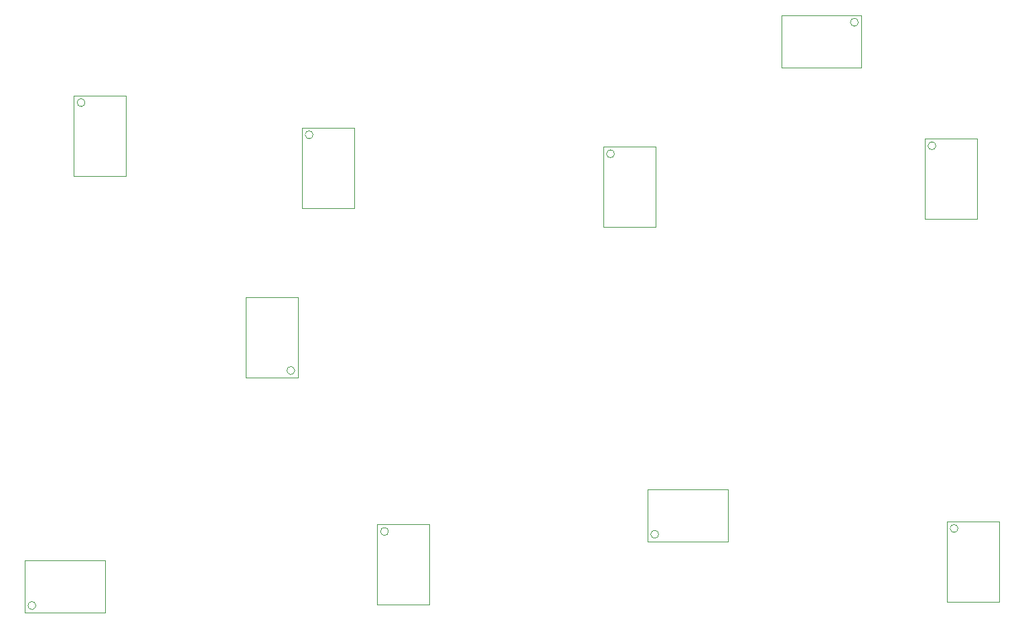
<source format=gbr>
G04*
G04 #@! TF.GenerationSoftware,Altium Limited,Altium Designer,22.4.2 (48)*
G04*
G04 Layer_Color=16711935*
%FSLAX25Y25*%
%MOIN*%
G70*
G04*
G04 #@! TF.SameCoordinates,9D7DA267-A193-428E-9E10-CD2539F38239*
G04*
G04*
G04 #@! TF.FilePolarity,Positive*
G04*
G01*
G75*
%ADD33C,0.00394*%
D33*
X146531Y151051D02*
G03*
X146531Y151051I-1969J0D01*
G01*
X275417Y268063D02*
G03*
X275417Y268063I-1969J0D01*
G01*
X594520Y379937D02*
G03*
X594520Y379937I-1969J0D01*
G01*
X434520Y375937D02*
G03*
X434520Y375937I-1969J0D01*
G01*
X171020Y401437D02*
G03*
X171020Y401437I-1969J0D01*
G01*
X555905Y441449D02*
G03*
X555905Y441449I-1969J0D01*
G01*
X322020Y187937D02*
G03*
X322020Y187937I-1969J0D01*
G01*
X456531Y186551D02*
G03*
X456531Y186551I-1969J0D01*
G01*
X284520Y385437D02*
G03*
X284520Y385437I-1969J0D01*
G01*
X605520Y189437D02*
G03*
X605520Y189437I-1969J0D01*
G01*
X141020Y147508D02*
X180980D01*
X141020Y173492D02*
X180980D01*
X141020Y147508D02*
Y173492D01*
X180980Y147508D02*
Y173492D01*
X276992Y264520D02*
Y304480D01*
X251008Y264520D02*
Y304480D01*
Y264520D02*
X276992D01*
X251008Y304480D02*
X276992D01*
X589008Y343520D02*
Y383480D01*
X614992Y343520D02*
Y383480D01*
X589008D02*
X614992D01*
X589008Y343520D02*
X614992D01*
X429008Y339520D02*
Y379480D01*
X454992Y339520D02*
Y379480D01*
X429008D02*
X454992D01*
X429008Y339520D02*
X454992D01*
X165508Y365020D02*
Y404980D01*
X191492Y365020D02*
Y404980D01*
X165508D02*
X191492D01*
X165508Y365020D02*
X191492D01*
X517520Y444992D02*
X557480D01*
X517520Y419008D02*
X557480D01*
Y444992D01*
X517520Y419008D02*
Y444992D01*
X316508Y151520D02*
Y191480D01*
X342492Y151520D02*
Y191480D01*
X316508D02*
X342492D01*
X316508Y151520D02*
X342492D01*
X451020Y183008D02*
X490980D01*
X451020Y208992D02*
X490980D01*
X451020Y183008D02*
Y208992D01*
X490980Y183008D02*
Y208992D01*
X279008Y349020D02*
Y388980D01*
X304992Y349020D02*
Y388980D01*
X279008D02*
X304992D01*
X279008Y349020D02*
X304992D01*
X600008Y153020D02*
Y192980D01*
X625992Y153020D02*
Y192980D01*
X600008D02*
X625992D01*
X600008Y153020D02*
X625992D01*
M02*

</source>
